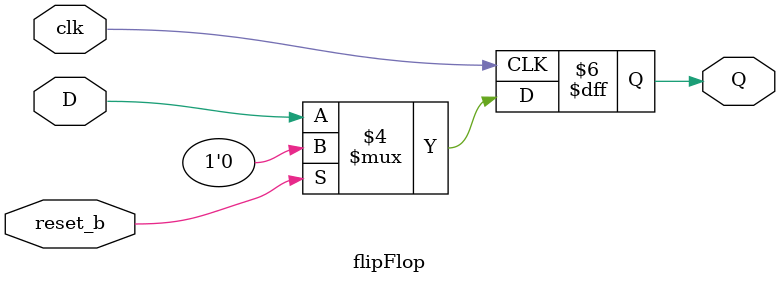
<source format=v>
`timescale 1ns / 1ns // `timescale 


module rotatingRegister( SW, KEY, LEDR );

	input [9:0] SW;
	input [3:0] KEY;
	output [7:0] LEDR;


	rotating_8Bit_Register R1( .DATA_IN(SW[7:0]), 
										.LSRight(~KEY[3]), 
										.RotateRight(~KEY[2]), 
										.ParallelLoadn(~KEY[1]), 
										.clock(~KEY[0]), 
										.reset(SW[9]), 
										.Q(LEDR[7:0]) );

endmodule




module rotating_8Bit_Register( DATA_IN, LSRight, RotateRight, ParallelLoadn, clock, reset, Q );

	input [7:0] DATA_IN;
	input LSRight, RotateRight, ParallelLoadn, clock, reset;
	output [7:0] Q;

	wire b0, b1, b2, b3, b4, b5, b6, b7, b8;
	
	mux2to1 LSMux( .x(b0), .y(1'b0), .s(LSRight), .m(b8) ); //Logical Shift Right Register for Bit 7 (make it 0)

	FF_sub_circuit Bit7 ( b8, b6, RotateRight, DATA_IN[7], ParallelLoadn, clock, reset, b7);
	FF_sub_circuit Bit6 ( b7, b5, RotateRight, DATA_IN[6], ParallelLoadn, clock, reset, b6);
	FF_sub_circuit Bit5 ( b6, b4, RotateRight, DATA_IN[5], ParallelLoadn, clock, reset, b5);
	FF_sub_circuit Bit4 ( b5, b3, RotateRight, DATA_IN[4], ParallelLoadn, clock, reset, b4);
	FF_sub_circuit Bit3 ( b4, b2, RotateRight, DATA_IN[3], ParallelLoadn, clock, reset, b3);
	FF_sub_circuit Bit2 ( b3, b1, RotateRight, DATA_IN[2], ParallelLoadn, clock, reset, b2);
	FF_sub_circuit Bit1 ( b2, b0, RotateRight, DATA_IN[1], ParallelLoadn, clock, reset, b1);
	FF_sub_circuit Bit0 ( b1, b7, RotateRight, DATA_IN[0], ParallelLoadn, clock, reset, b0);
	
	assign Q[7:0] = {b7, b6, b5, b4, b3, b2, b1, b0};

endmodule



module FF_sub_circuit( left, right, loadLeft, D, loadn, clock, reset, Q );

	input left, right, loadLeft, D, loadn, clock, reset;
	output Q;
	wire w1, w2;

	mux2to1 mux0( .x(right), .y(left), .s(loadLeft), .m(w1) );
	mux2to1 mux1( .x(D), .y(w1), .s(loadn), .m(w2) );

	flipFlop FF1( .D(w2), .clk(clock), .reset_b(reset), .Q(Q) );

endmodule




module mux2to1(x, y, s, m);

	input x; //select 0
	input y; //select 1
	input s; //select signal
	output m; //output

	assign m = s & y | ~s & x ;

endmodule 




module flipFlop ( D, clk, reset_b, Q );

	input D, clk, reset_b;
	output reg Q;
	
	always@(posedge clk)
		begin
			if(reset_b == 1'b1) //active-high synch reset
				Q <= 1'b0;
			else
				Q <= D;
		end
		
endmodule 

</source>
